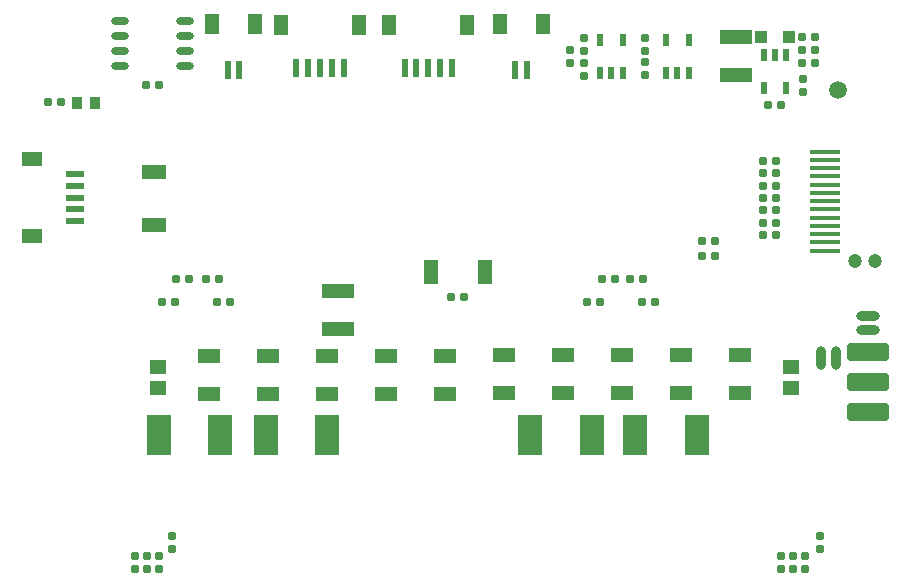
<source format=gbp>
G04 Layer_Color=128*
%FSLAX25Y25*%
%MOIN*%
G70*
G01*
G75*
G04:AMPARAMS|DCode=10|XSize=23.62mil|YSize=25.59mil|CornerRadius=2.95mil|HoleSize=0mil|Usage=FLASHONLY|Rotation=270.000|XOffset=0mil|YOffset=0mil|HoleType=Round|Shape=RoundedRectangle|*
%AMROUNDEDRECTD10*
21,1,0.02362,0.01968,0,0,270.0*
21,1,0.01772,0.02559,0,0,270.0*
1,1,0.00591,-0.00984,-0.00886*
1,1,0.00591,-0.00984,0.00886*
1,1,0.00591,0.00984,0.00886*
1,1,0.00591,0.00984,-0.00886*
%
%ADD10ROUNDEDRECTD10*%
%ADD22C,0.05905*%
G04:AMPARAMS|DCode=23|XSize=23.62mil|YSize=25.59mil|CornerRadius=2.95mil|HoleSize=0mil|Usage=FLASHONLY|Rotation=180.000|XOffset=0mil|YOffset=0mil|HoleType=Round|Shape=RoundedRectangle|*
%AMROUNDEDRECTD23*
21,1,0.02362,0.01968,0,0,180.0*
21,1,0.01772,0.02559,0,0,180.0*
1,1,0.00591,-0.00886,0.00984*
1,1,0.00591,0.00886,0.00984*
1,1,0.00591,0.00886,-0.00984*
1,1,0.00591,-0.00886,-0.00984*
%
%ADD23ROUNDEDRECTD23*%
%ADD24R,0.04724X0.07087*%
%ADD25R,0.02362X0.06102*%
G04:AMPARAMS|DCode=26|XSize=59.05mil|YSize=137.8mil|CornerRadius=7.38mil|HoleSize=0mil|Usage=FLASHONLY|Rotation=90.000|XOffset=0mil|YOffset=0mil|HoleType=Round|Shape=RoundedRectangle|*
%AMROUNDEDRECTD26*
21,1,0.05905,0.12303,0,0,90.0*
21,1,0.04429,0.13780,0,0,90.0*
1,1,0.01476,0.06152,0.02215*
1,1,0.01476,0.06152,-0.02215*
1,1,0.01476,-0.06152,-0.02215*
1,1,0.01476,-0.06152,0.02215*
%
%ADD26ROUNDEDRECTD26*%
%ADD45R,0.07874X0.13780*%
%ADD46O,0.05976X0.02362*%
%ADD47O,0.05976X0.02362*%
%ADD48R,0.02362X0.03937*%
%ADD49R,0.10630X0.04724*%
%ADD50R,0.07874X0.04724*%
%ADD51R,0.04724X0.07874*%
%ADD52R,0.07087X0.04724*%
%ADD53R,0.06102X0.02362*%
%ADD54O,0.03150X0.07874*%
%ADD55O,0.07874X0.03150*%
%ADD56R,0.03661X0.03858*%
%ADD57R,0.03937X0.03937*%
%ADD58R,0.05787X0.04567*%
%ADD59R,0.07480X0.04724*%
%ADD60C,0.04724*%
%ADD61R,0.10236X0.01575*%
D10*
X249917Y-170155D02*
D03*
Y-174486D02*
D03*
X245973Y-170155D02*
D03*
Y-174486D02*
D03*
X242029Y-170155D02*
D03*
Y-174486D02*
D03*
X34529Y-170155D02*
D03*
Y-174486D02*
D03*
X30617Y-170155D02*
D03*
Y-174486D02*
D03*
X26616Y-170155D02*
D03*
Y-174486D02*
D03*
X171489Y-5865D02*
D03*
Y-1535D02*
D03*
X249129Y-15251D02*
D03*
Y-10921D02*
D03*
X249062Y-5786D02*
D03*
Y-1455D02*
D03*
X254929Y-163255D02*
D03*
Y-167586D02*
D03*
X39029Y-163255D02*
D03*
Y-167586D02*
D03*
X253196Y-5786D02*
D03*
Y-1455D02*
D03*
X176329Y-1586D02*
D03*
Y2745D02*
D03*
X176329Y-5655D02*
D03*
Y-9986D02*
D03*
X196716Y-1589D02*
D03*
Y2742D02*
D03*
X196689Y-5335D02*
D03*
Y-9665D02*
D03*
D22*
X261000Y-14611D02*
D03*
D23*
X240454Y-42500D02*
D03*
X236124D02*
D03*
X240454Y-46600D02*
D03*
X236124D02*
D03*
X236124Y-54800D02*
D03*
X240454D02*
D03*
X236124Y-58900D02*
D03*
X240454D02*
D03*
X236124Y-63000D02*
D03*
X240454D02*
D03*
X235924Y-38300D02*
D03*
X240254D02*
D03*
X236124Y-50700D02*
D03*
X240454D02*
D03*
X177335Y-85400D02*
D03*
X181665D02*
D03*
X195535D02*
D03*
X199865D02*
D03*
X35735D02*
D03*
X40065D02*
D03*
X53835D02*
D03*
X58165D02*
D03*
X30224Y-12900D02*
D03*
X34554D02*
D03*
X1844Y-18852D02*
D03*
X-2487D02*
D03*
X182135Y-77800D02*
D03*
X186465D02*
D03*
X191735D02*
D03*
X196065D02*
D03*
X40135D02*
D03*
X44465D02*
D03*
X50135D02*
D03*
X54465D02*
D03*
X131924Y-83800D02*
D03*
X136254D02*
D03*
X253294Y2880D02*
D03*
X248964D02*
D03*
X215635Y-64900D02*
D03*
X219965D02*
D03*
X241965Y-19700D02*
D03*
X237635D02*
D03*
X215635Y-69900D02*
D03*
X219965D02*
D03*
D24*
X66536Y7222D02*
D03*
X52363D02*
D03*
X75324Y7035D02*
D03*
X101309D02*
D03*
X111363D02*
D03*
X137347D02*
D03*
X162516Y7222D02*
D03*
X148343D02*
D03*
D25*
X57481Y-8034D02*
D03*
X61418D02*
D03*
X96191Y-7335D02*
D03*
X92254D02*
D03*
X88317D02*
D03*
X84380D02*
D03*
X80443D02*
D03*
X132229D02*
D03*
X128292D02*
D03*
X124355D02*
D03*
X120418D02*
D03*
X116481D02*
D03*
X153461Y-8034D02*
D03*
X157398D02*
D03*
D26*
X271017Y-121989D02*
D03*
Y-111989D02*
D03*
Y-101989D02*
D03*
D45*
X70180Y-129589D02*
D03*
X90653D02*
D03*
X178853D02*
D03*
X158380D02*
D03*
X193380D02*
D03*
X213853D02*
D03*
X34480D02*
D03*
X54953D02*
D03*
D46*
X21742Y-6638D02*
D03*
Y-1638D02*
D03*
Y3362D02*
D03*
Y8362D02*
D03*
D47*
X43316Y-6638D02*
D03*
Y-1638D02*
D03*
Y3362D02*
D03*
Y8362D02*
D03*
D48*
X189169Y-8932D02*
D03*
X185429D02*
D03*
X181689D02*
D03*
Y2091D02*
D03*
X189169D02*
D03*
X211169Y-8932D02*
D03*
X207429D02*
D03*
X203689D02*
D03*
Y2091D02*
D03*
X211169D02*
D03*
X236160Y-2988D02*
D03*
X239900D02*
D03*
X243640D02*
D03*
Y-14012D02*
D03*
X236160D02*
D03*
D49*
X94379Y-81753D02*
D03*
Y-94352D02*
D03*
X226929Y-9620D02*
D03*
Y2978D02*
D03*
D50*
X33016Y-59747D02*
D03*
Y-42031D02*
D03*
D51*
X125431Y-75300D02*
D03*
X143147D02*
D03*
D52*
X-7591Y-63544D02*
D03*
Y-37560D02*
D03*
D53*
X6779Y-42678D02*
D03*
Y-46615D02*
D03*
Y-50552D02*
D03*
Y-54489D02*
D03*
Y-58426D02*
D03*
D54*
X255439Y-104006D02*
D03*
X260164D02*
D03*
D55*
X270989Y-94624D02*
D03*
Y-89900D02*
D03*
D56*
X7347Y-19052D02*
D03*
X13410D02*
D03*
D57*
X235205Y3080D02*
D03*
X244654D02*
D03*
D58*
X34400Y-106992D02*
D03*
Y-114000D02*
D03*
X245289Y-106992D02*
D03*
Y-114000D02*
D03*
D59*
X51289Y-103501D02*
D03*
Y-116099D02*
D03*
X70937Y-103501D02*
D03*
Y-116099D02*
D03*
X90585Y-103501D02*
D03*
Y-116099D02*
D03*
X110233Y-103501D02*
D03*
Y-116099D02*
D03*
X129882Y-103501D02*
D03*
Y-116099D02*
D03*
X149564Y-103126D02*
D03*
Y-115725D02*
D03*
X169246Y-103126D02*
D03*
Y-115725D02*
D03*
X188929Y-103126D02*
D03*
Y-115725D02*
D03*
X208611Y-103126D02*
D03*
Y-115725D02*
D03*
X228294Y-103126D02*
D03*
Y-115725D02*
D03*
D60*
X266489Y-71600D02*
D03*
X273389D02*
D03*
D61*
X256789Y-35221D02*
D03*
Y-37976D02*
D03*
Y-40732D02*
D03*
Y-43488D02*
D03*
Y-46244D02*
D03*
Y-49000D02*
D03*
Y-51756D02*
D03*
Y-54512D02*
D03*
Y-57268D02*
D03*
Y-60024D02*
D03*
Y-62779D02*
D03*
Y-65535D02*
D03*
Y-68291D02*
D03*
M02*

</source>
